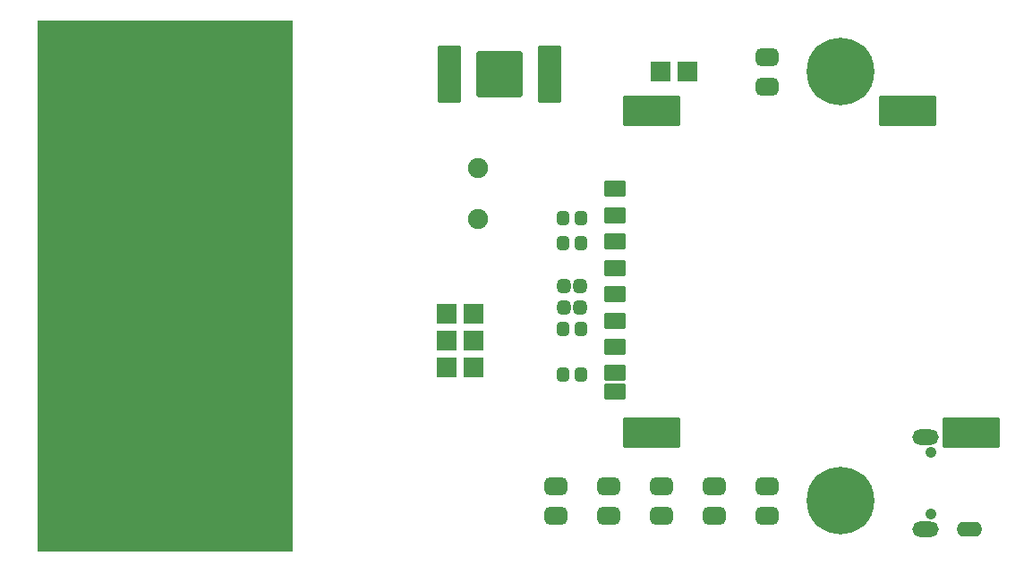
<source format=gbr>
%TF.GenerationSoftware,KiCad,Pcbnew,6.0.4-6f826c9f35~116~ubuntu20.04.1*%
%TF.CreationDate,2022-06-14T09:48:26+00:00*%
%TF.ProjectId,USTSIPIN02A,55535453-4950-4494-9e30-32412e6b6963,02A*%
%TF.SameCoordinates,Original*%
%TF.FileFunction,Soldermask,Top*%
%TF.FilePolarity,Negative*%
%FSLAX46Y46*%
G04 Gerber Fmt 4.6, Leading zero omitted, Abs format (unit mm)*
G04 Created by KiCad (PCBNEW 6.0.4-6f826c9f35~116~ubuntu20.04.1) date 2022-06-14 09:48:26*
%MOMM*%
%LPD*%
G01*
G04 APERTURE LIST*
G04 Aperture macros list*
%AMRoundRect*
0 Rectangle with rounded corners*
0 $1 Rounding radius*
0 $2 $3 $4 $5 $6 $7 $8 $9 X,Y pos of 4 corners*
0 Add a 4 corners polygon primitive as box body*
4,1,4,$2,$3,$4,$5,$6,$7,$8,$9,$2,$3,0*
0 Add four circle primitives for the rounded corners*
1,1,$1+$1,$2,$3*
1,1,$1+$1,$4,$5*
1,1,$1+$1,$6,$7*
1,1,$1+$1,$8,$9*
0 Add four rect primitives between the rounded corners*
20,1,$1+$1,$2,$3,$4,$5,0*
20,1,$1+$1,$4,$5,$6,$7,0*
20,1,$1+$1,$6,$7,$8,$9,0*
20,1,$1+$1,$8,$9,$2,$3,0*%
G04 Aperture macros list end*
%ADD10C,6.400000*%
%ADD11C,1.924000*%
%ADD12RoundRect,0.200000X0.762000X0.762000X-0.762000X0.762000X-0.762000X-0.762000X0.762000X-0.762000X0*%
%ADD13C,1.900000*%
%ADD14RoundRect,0.400000X-0.200000X-0.275000X0.200000X-0.275000X0.200000X0.275000X-0.200000X0.275000X0*%
%ADD15RoundRect,0.450000X-0.625000X0.375000X-0.625000X-0.375000X0.625000X-0.375000X0.625000X0.375000X0*%
%ADD16RoundRect,0.200000X-0.762000X-0.762000X0.762000X-0.762000X0.762000X0.762000X-0.762000X0.762000X0*%
%ADD17RoundRect,0.425000X0.225000X0.250000X-0.225000X0.250000X-0.225000X-0.250000X0.225000X-0.250000X0*%
%ADD18RoundRect,0.200000X-0.890000X-2.540000X0.890000X-2.540000X0.890000X2.540000X-0.890000X2.540000X0*%
%ADD19RoundRect,0.200000X-1.980000X-1.980000X1.980000X-1.980000X1.980000X1.980000X-1.980000X1.980000X0*%
%ADD20RoundRect,0.200000X0.800000X0.600000X-0.800000X0.600000X-0.800000X-0.600000X0.800000X-0.600000X0*%
%ADD21RoundRect,0.200000X0.800000X-0.600000X0.800000X0.600000X-0.800000X0.600000X-0.800000X-0.600000X0*%
%ADD22RoundRect,0.200000X2.500000X1.250000X-2.500000X1.250000X-2.500000X-1.250000X2.500000X-1.250000X0*%
%ADD23C,1.050000*%
%ADD24O,2.400000X1.400000*%
%ADD25O,2.500000X1.450000*%
G04 APERTURE END LIST*
D10*
%TO.C,M2*%
X174972341Y-78676927D03*
%TD*%
%TO.C,M3*%
X103852341Y-78676927D03*
%TD*%
%TO.C,M4*%
X103852341Y-119316927D03*
%TD*%
D11*
%TO.C,D2*%
X114132341Y-90206927D03*
X109132341Y-90206927D03*
%TD*%
D12*
%TO.C,J22*%
X140296341Y-106682927D03*
X137756341Y-106682927D03*
X140296341Y-104142927D03*
X137756341Y-104142927D03*
X140296341Y-101602927D03*
X137756341Y-101602927D03*
%TD*%
D10*
%TO.C,M1*%
X174972341Y-119316927D03*
%TD*%
D13*
%TO.C,Y1*%
X140682341Y-92646927D03*
X140682341Y-87766927D03*
%TD*%
D14*
%TO.C,R17*%
X148747341Y-92542927D03*
X150397341Y-92542927D03*
%TD*%
%TO.C,R25*%
X148747341Y-107378927D03*
X150397341Y-107378927D03*
%TD*%
D15*
%TO.C,D9*%
X153026341Y-117916927D03*
X153026341Y-120716927D03*
%TD*%
D14*
%TO.C,R24*%
X148747341Y-103060927D03*
X150397341Y-103060927D03*
%TD*%
D15*
%TO.C,D7*%
X148026341Y-117916927D03*
X148026341Y-120716927D03*
%TD*%
D16*
%TO.C,J6*%
X160494341Y-78676927D03*
%TD*%
D17*
%TO.C,C25*%
X150347341Y-98996927D03*
X148797341Y-98996927D03*
%TD*%
D15*
%TO.C,D4*%
X163026341Y-117916927D03*
X163026341Y-120716927D03*
%TD*%
D17*
%TO.C,C22*%
X150347341Y-101028927D03*
X148797341Y-101028927D03*
%TD*%
D16*
%TO.C,J5*%
X157954341Y-78676927D03*
%TD*%
D15*
%TO.C,D3*%
X168026341Y-117916927D03*
X168026341Y-120716927D03*
%TD*%
%TO.C,D10*%
X168026341Y-77276927D03*
X168026341Y-80076927D03*
%TD*%
D14*
%TO.C,R18*%
X148747341Y-94932927D03*
X150397341Y-94932927D03*
%TD*%
D18*
%TO.C,BT1*%
X138014341Y-78930927D03*
X147414341Y-78930927D03*
D19*
X142714341Y-78930927D03*
%TD*%
D20*
%TO.C,J2*%
X153622341Y-92256927D03*
X153622341Y-94756927D03*
X153622341Y-97256927D03*
X153622341Y-99756927D03*
X153622341Y-102256927D03*
X153622341Y-104756927D03*
X153622341Y-107186927D03*
X153622341Y-108986927D03*
D21*
X153622341Y-89756927D03*
D22*
X157122341Y-82421927D03*
X157122341Y-112871927D03*
X181322341Y-82421927D03*
X187322341Y-112871927D03*
%TD*%
D15*
%TO.C,D8*%
X158026341Y-117916927D03*
X158026341Y-120716927D03*
%TD*%
D23*
%TO.C,J4*%
X183484341Y-120544427D03*
X183484341Y-114764427D03*
D24*
X187164341Y-113334427D03*
X187164341Y-121974427D03*
D25*
X182984341Y-113334427D03*
X182984341Y-121974427D03*
%TD*%
G36*
X123141843Y-73865425D02*
G01*
X123156341Y-73900427D01*
X123156341Y-124093427D01*
X123141843Y-124128429D01*
X123106841Y-124142927D01*
X99075841Y-124142927D01*
X99040839Y-124128429D01*
X99026341Y-124093427D01*
X99026341Y-73900427D01*
X99040839Y-73865425D01*
X99075841Y-73850927D01*
X123106841Y-73850927D01*
X123141843Y-73865425D01*
G37*
M02*

</source>
